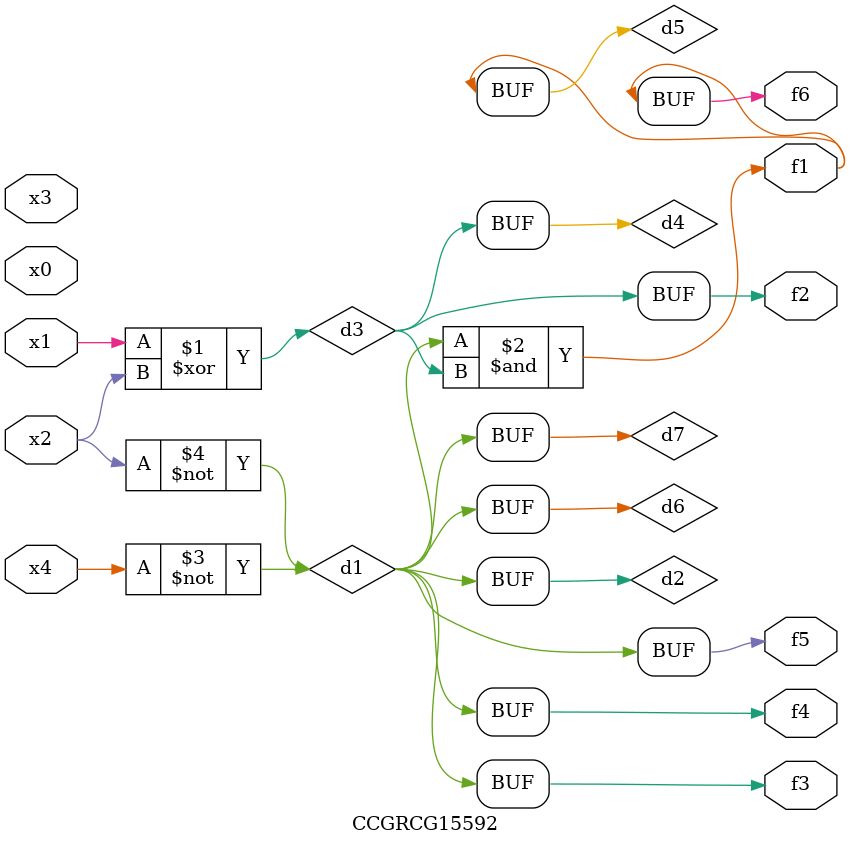
<source format=v>
module CCGRCG15592(
	input x0, x1, x2, x3, x4,
	output f1, f2, f3, f4, f5, f6
);

	wire d1, d2, d3, d4, d5, d6, d7;

	not (d1, x4);
	not (d2, x2);
	xor (d3, x1, x2);
	buf (d4, d3);
	and (d5, d1, d3);
	buf (d6, d1, d2);
	buf (d7, d2);
	assign f1 = d5;
	assign f2 = d4;
	assign f3 = d7;
	assign f4 = d7;
	assign f5 = d7;
	assign f6 = d5;
endmodule

</source>
